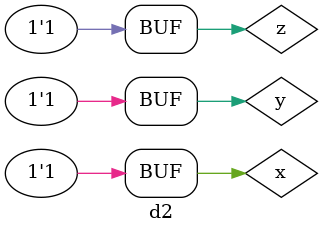
<source format=v>
module fxyz (output s1, output s2, input x, y, z);
assign s1 = ~(x & y) | ~(x | y); //  ( x . y )' + ( x + y )'
assign s2 = ~x | ~y;
endmodule // fxyz

module d2;
reg x, y, z;
wire s1, s2;
// instancias
fxyz FXY (s1, s2, x, y, z);
// valores iniciais
initial begin: start
x=1'bx; y=1'bx; z=1'bx;// indefinidos
end
// parte principal
initial begin: main
// identificacao
$display("Test boolean expression");
$display("\n s1 = ( x . y )' + ( x + y )' --- s2 = x' + y'\n");
// monitoramento
$display(" x  y  z =   nao_simpl  simpl");
$monitor("%2b %2b %2b =\t%2b \t %2b", x, y, z, s1, s2);
// sinalizacao
#1 x=0; y=0; z=0;
#1 x=0; y=0; z=1;
#1 x=0; y=1; z=0;
#1 x=0; y=1; z=1;
#1 x=1; y=0; z=0;
#1 x=1; y=0; z=1;
#1 x=1; y=1; z=0;
#1 x=1; y=1; z=1;
end
endmodule // test_module
</source>
